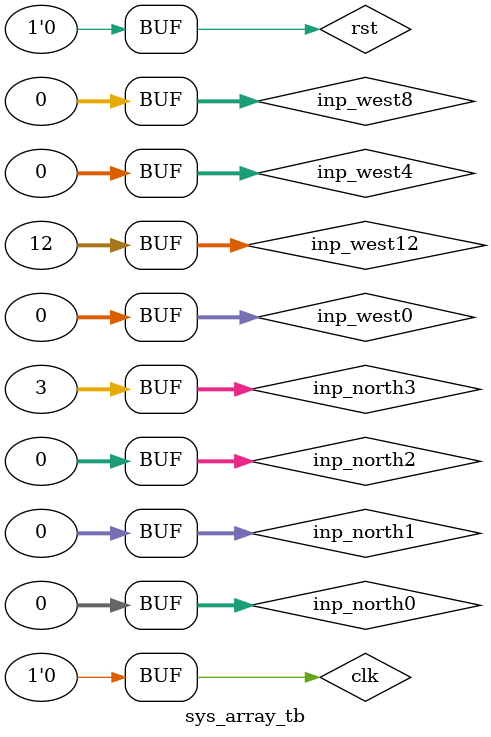
<source format=v>
`timescale 1ns / 1ps

module sys_array_tb;

reg rst, clk;

reg [31:0] inp_west0, inp_west4, inp_west8, inp_west12, inp_north0, inp_north1, inp_north2, inp_north3;
wire done;

systolic_array uut(inp_west0, inp_west4, inp_west8, inp_west12,
                  inp_north0, inp_north1, inp_north2, inp_north3,
                  clk, rst, done);


initial begin
    #3  inp_west0 <= 32'd3;
        inp_north0 <= 32'd12;
    #10 inp_west0 <= 32'd2;
        inp_north0 <= 32'd8;
    #10 inp_west0 <= 32'd1;
        inp_north0 <= 32'd4;
    #10 inp_west0 <= 32'd0;
        inp_north0 <= 32'd0;
    #10 inp_west0 <= 32'd0;
        inp_north0 <= 32'd0;
    #10 inp_west0 <= 32'd0;
        inp_north0 <= 32'd0;
    #10 inp_west0 <= 32'd0;    
        inp_north0 <= 32'd0;
end

initial begin
    #3  inp_west4 <= 32'd0;
        inp_north1 <= 32'd0;
    #10 inp_west4 <= 32'd7;
        inp_north1 <= 32'd13;
    #10 inp_west4 <= 32'd6;
        inp_north1 <= 32'd9;
    #10 inp_west4 <= 32'd5;
        inp_north1 <= 32'd5;
    #10 inp_west4 <= 32'd4;
        inp_north1 <= 32'd1;
    #10 inp_west4 <= 32'd0;
        inp_north1 <= 32'd0;
    #10 inp_west4 <= 32'd0;    
        inp_north1 <= 32'd0;
end

initial begin
    #3  inp_west8 <= 32'd0;
        inp_north2 <= 32'd0;
    #10 inp_west8 <= 32'd0;
        inp_north2 <= 32'd0;
    #10 inp_west8 <= 32'd11;
        inp_north2 <= 32'd14;
    #10 inp_west8 <= 32'd10;
        inp_north2 <= 32'd10;
    #10 inp_west8 <= 32'd9;
        inp_north2 <= 32'd6;
    #10 inp_west8 <= 32'd8;
        inp_north2 <= 32'd2;
    #10 inp_west8 <= 32'd0;    
        inp_north2 <= 32'd0;
end

initial begin
    #3  inp_west12 <= 32'd0;
        inp_north3 <= 32'd0;
    #10 inp_west12 <= 32'd0;
        inp_north3 <= 32'd0;
    #10 inp_west12 <= 32'd0;
        inp_north3 <= 32'd0;
    #10 inp_west12 <= 32'd15;
        inp_north3 <= 32'd15;
    #10 inp_west12 <= 32'd14;
        inp_north3 <= 32'd11;
    #10 inp_west12 <= 32'd13;
        inp_north3 <= 32'd7;
    #10 inp_west12 <= 32'd12;    
        inp_north3 <= 32'd3;
end

initial begin
rst <= 1;
clk <= 0;
#3
rst <= 0;
end

initial begin
    repeat(21)
        #5 clk <= ~clk;
end

initial begin
    $dumpfile("wave.vcd");
    $dumpvars(0, sys_array_tb);
end

endmodule

</source>
